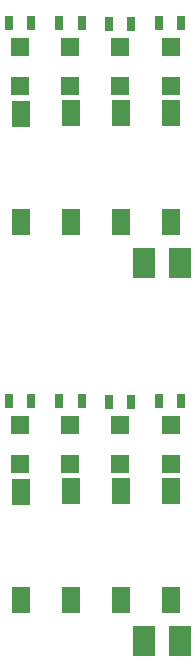
<source format=gtp>
%MOIN*%
%OFA0B0*%
%FSLAX46Y46*%
%IPPOS*%
%LPD*%
%ADD10C,0.0039370078740157488*%
%ADD11R,0.062992125984251982X0.085826771653543313*%
%ADD12R,0.076771653543307089X0.0984251968503937*%
%ADD13R,0.059055118110236227X0.059055118110236227*%
%ADD14R,0.027559055118110236X0.051181102362204731*%
%ADD25C,0.0039370078740157488*%
%ADD26R,0.062992125984251982X0.085826771653543313*%
%ADD27R,0.076771653543307089X0.0984251968503937*%
%ADD28R,0.059055118110236227X0.059055118110236227*%
%ADD29R,0.027559055118110236X0.051181102362204731*%
G01*
D10*
D11*
X-0003700787Y0006181102D02*
X0003075212Y0001589393D03*
X0003075212Y0001950811D03*
X0003240212Y0001590393D03*
X0003240212Y0001951810D03*
X0003406212Y0001590393D03*
X0003406212Y0001951810D03*
X0003573212Y0001590393D03*
X0003573212Y0001951810D03*
D12*
X0003483173Y0001452102D03*
X0003603251Y0001452102D03*
D13*
X0003071212Y0002174062D03*
X0003071212Y0002044141D03*
D14*
X0003033810Y0002252102D03*
X0003108614Y0002252102D03*
D13*
X0003239212Y0002174062D03*
X0003239212Y0002044141D03*
X0003405212Y0002174062D03*
X0003405212Y0002044141D03*
X0003573212Y0002174062D03*
X0003573212Y0002044141D03*
D14*
X0003276614Y0002252102D03*
X0003201811Y0002252102D03*
X0003441614Y0002251102D03*
X0003366811Y0002251102D03*
X0003608614Y0002252102D03*
X0003533811Y0002252102D03*
G04 next file*
G04 #@! TF.FileFunction,Paste,Top*
G04 Gerber Fmt 4.6, Leading zero omitted, Abs format (unit mm)*
G04 Created by KiCad (PCBNEW 4.0.2-stable) date 05.09.2017 20:58:13*
G01*
G04 APERTURE LIST*
G04 APERTURE END LIST*
D25*
D26*
X-0003700787Y0004921259D02*
X0003075212Y0000329551D03*
X0003075212Y0000690968D03*
X0003240212Y0000330551D03*
X0003240212Y0000691968D03*
X0003406212Y0000330551D03*
X0003406212Y0000691968D03*
X0003573212Y0000330551D03*
X0003573212Y0000691968D03*
D27*
X0003483173Y0000192259D03*
X0003603251Y0000192259D03*
D28*
X0003071212Y0000914220D03*
X0003071212Y0000784299D03*
D29*
X0003033810Y0000992259D03*
X0003108614Y0000992259D03*
D28*
X0003239212Y0000914220D03*
X0003239212Y0000784299D03*
X0003405212Y0000914220D03*
X0003405212Y0000784299D03*
X0003573212Y0000914220D03*
X0003573212Y0000784299D03*
D29*
X0003276614Y0000992259D03*
X0003201811Y0000992259D03*
X0003441614Y0000991259D03*
X0003366811Y0000991259D03*
X0003608614Y0000992259D03*
X0003533811Y0000992259D03*
M02*
</source>
